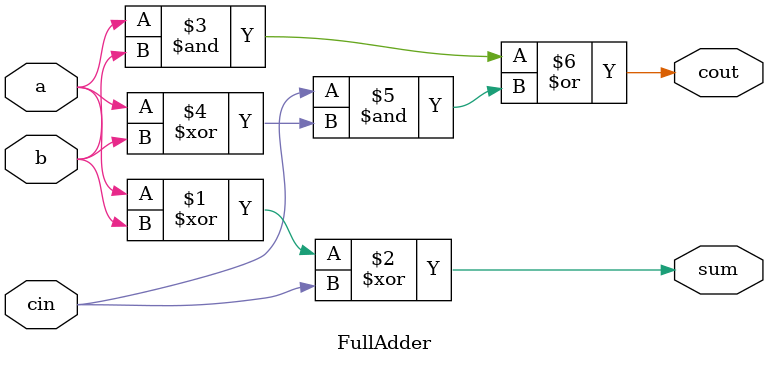
<source format=v>
module FullAdder(input a, input b, input cin, output sum, output cout);
    assign sum = a ^ b ^ cin;
    assign cout = (a & b) | (cin & (a ^ b));
endmodule
</source>
